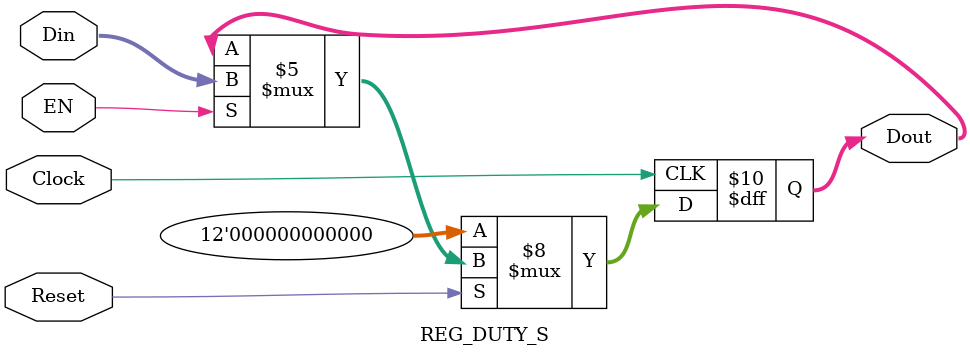
<source format=v>
`timescale	1ns/1ps

module	REG_DUTY_S(Dout, Din, EN, Clock, Reset)	;

output	[11:0]	Dout	;
reg	[11:0]	Dout	;

input	[11:0]	Din	;
wire	[11:0]	Din	;

input	EN	;
wire	EN	;

input	Clock, Reset	;
wire	Clock, Reset	;


always	@(posedge	Clock)
	begin
		if ( Reset == 1'b0 )
			begin
				Dout <= 12'b0000_0000_0000	;
			end
		else if ( EN == 1'b1 )
			begin
				Dout <= Din	;
			end
		else
			begin
				Dout <= Dout	;
			end
	end

endmodule

</source>
